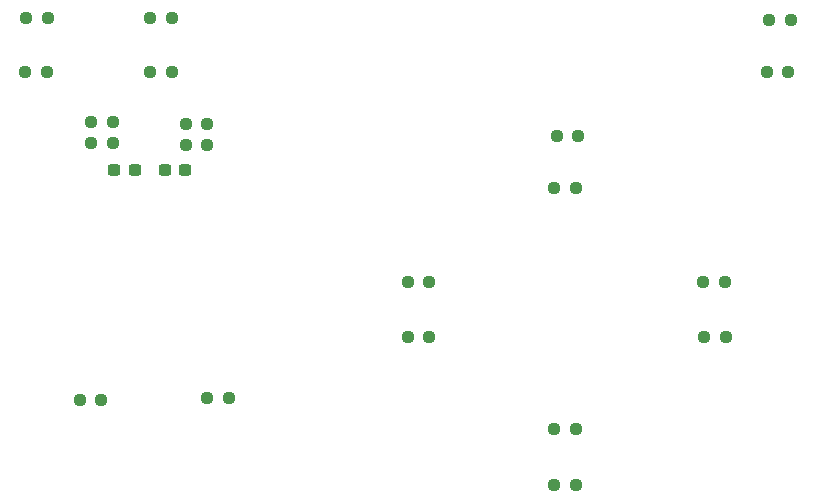
<source format=gbr>
%TF.GenerationSoftware,KiCad,Pcbnew,9.0.0*%
%TF.CreationDate,2025-03-23T02:30:14-05:00*%
%TF.ProjectId,IOBoardV1,494f426f-6172-4645-9631-2e6b69636164,rev?*%
%TF.SameCoordinates,Original*%
%TF.FileFunction,Paste,Bot*%
%TF.FilePolarity,Positive*%
%FSLAX46Y46*%
G04 Gerber Fmt 4.6, Leading zero omitted, Abs format (unit mm)*
G04 Created by KiCad (PCBNEW 9.0.0) date 2025-03-23 02:30:14*
%MOMM*%
%LPD*%
G01*
G04 APERTURE LIST*
G04 Aperture macros list*
%AMRoundRect*
0 Rectangle with rounded corners*
0 $1 Rounding radius*
0 $2 $3 $4 $5 $6 $7 $8 $9 X,Y pos of 4 corners*
0 Add a 4 corners polygon primitive as box body*
4,1,4,$2,$3,$4,$5,$6,$7,$8,$9,$2,$3,0*
0 Add four circle primitives for the rounded corners*
1,1,$1+$1,$2,$3*
1,1,$1+$1,$4,$5*
1,1,$1+$1,$6,$7*
1,1,$1+$1,$8,$9*
0 Add four rect primitives between the rounded corners*
20,1,$1+$1,$2,$3,$4,$5,0*
20,1,$1+$1,$4,$5,$6,$7,0*
20,1,$1+$1,$6,$7,$8,$9,0*
20,1,$1+$1,$8,$9,$2,$3,0*%
G04 Aperture macros list end*
%ADD10RoundRect,0.237500X0.300000X0.237500X-0.300000X0.237500X-0.300000X-0.237500X0.300000X-0.237500X0*%
%ADD11RoundRect,0.237500X-0.250000X-0.237500X0.250000X-0.237500X0.250000X0.237500X-0.250000X0.237500X0*%
%ADD12RoundRect,0.237500X0.250000X0.237500X-0.250000X0.237500X-0.250000X-0.237500X0.250000X-0.237500X0*%
G04 APERTURE END LIST*
D10*
%TO.C,C1*%
X136362500Y-65500000D03*
X134637500Y-65500000D03*
%TD*%
D11*
%TO.C,R3*%
X140687500Y-61600000D03*
X142512500Y-61600000D03*
%TD*%
D12*
%TO.C,R1*%
X134512500Y-63200000D03*
X132687500Y-63200000D03*
%TD*%
D11*
%TO.C,R19*%
X171887500Y-92200000D03*
X173712500Y-92200000D03*
%TD*%
%TO.C,R15*%
X189887500Y-57200000D03*
X191712500Y-57200000D03*
%TD*%
D12*
%TO.C,R7*%
X139512500Y-52600000D03*
X137687500Y-52600000D03*
%TD*%
D11*
%TO.C,R2*%
X132687500Y-61400000D03*
X134512500Y-61400000D03*
%TD*%
%TO.C,R17*%
X171887500Y-67000000D03*
X173712500Y-67000000D03*
%TD*%
%TO.C,R6*%
X131687500Y-85000000D03*
X133512500Y-85000000D03*
%TD*%
D12*
%TO.C,R4*%
X142512500Y-63400000D03*
X140687500Y-63400000D03*
%TD*%
%TO.C,R11*%
X186312500Y-75000000D03*
X184487500Y-75000000D03*
%TD*%
%TO.C,R16*%
X128912500Y-57200000D03*
X127087500Y-57200000D03*
%TD*%
D11*
%TO.C,R20*%
X159487500Y-79600000D03*
X161312500Y-79600000D03*
%TD*%
D12*
%TO.C,R12*%
X173712500Y-87400000D03*
X171887500Y-87400000D03*
%TD*%
%TO.C,R13*%
X161312500Y-75000000D03*
X159487500Y-75000000D03*
%TD*%
%TO.C,R8*%
X191912500Y-52800000D03*
X190087500Y-52800000D03*
%TD*%
D11*
%TO.C,R9*%
X127175000Y-52600000D03*
X129000000Y-52600000D03*
%TD*%
D10*
%TO.C,C2*%
X140612500Y-65500000D03*
X138887500Y-65500000D03*
%TD*%
D12*
%TO.C,R10*%
X173912500Y-62600000D03*
X172087500Y-62600000D03*
%TD*%
%TO.C,R5*%
X144312500Y-84800000D03*
X142487500Y-84800000D03*
%TD*%
D11*
%TO.C,R18*%
X184600000Y-79600000D03*
X186425000Y-79600000D03*
%TD*%
%TO.C,R14*%
X137687500Y-57200000D03*
X139512500Y-57200000D03*
%TD*%
M02*

</source>
